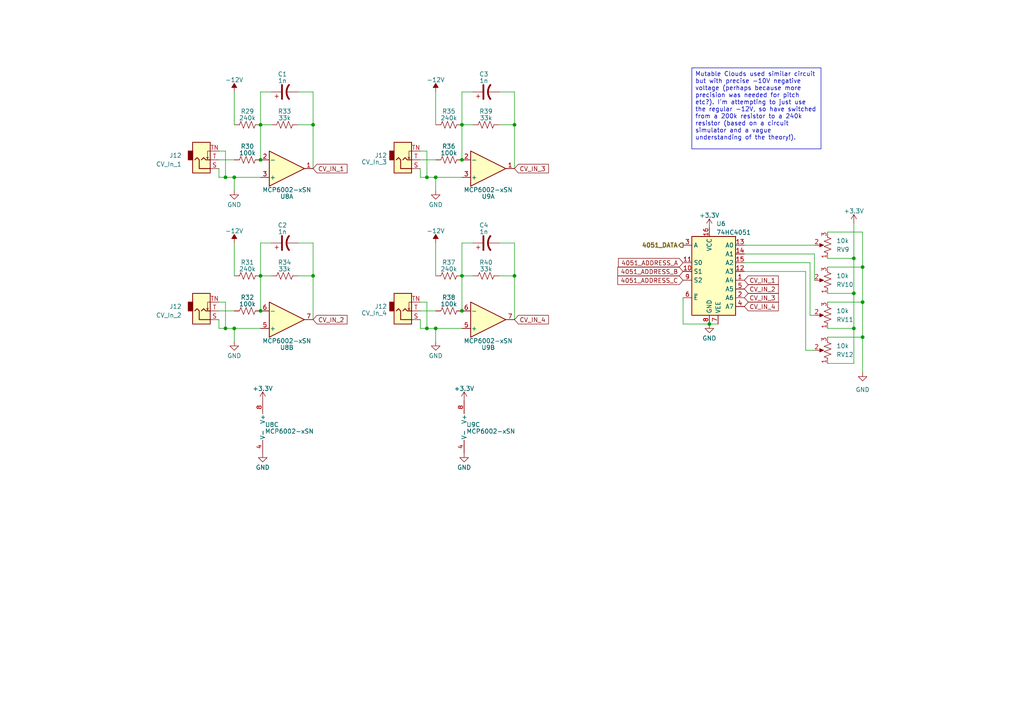
<source format=kicad_sch>
(kicad_sch (version 20230121) (generator eeschema)
  (paper "A4")
  (lib_symbols
    (symbol "74xx:74HC4051"
      (property "Reference" "U" (at -5.08 11.43 0))
      (property "Value" "74HC4051" (at -7.62 -13.97 0))
      (symbol "74HC4051_0_1"
        (rectangle (start -5.08 10.16) (end 7.62 -12.7) (stroke (width 0.254)) (fill (type background)))
      )
      (symbol "74HC4051_1_1"
        (pin passive line (at 10.16 -2.54 180) (length 2.54) (name "A4") (number "1"))
        (pin input line (at -7.62 0 0) (length 2.54) (name "S1") (number "10"))
        (pin input line (at -7.62 2.54 0) (length 2.54) (name "S0") (number "11"))
        (pin passive line (at 10.16 0 180) (length 2.54) (name "A3") (number "12"))
        (pin passive line (at 10.16 7.62 180) (length 2.54) (name "A0") (number "13"))
        (pin passive line (at 10.16 5.08 180) (length 2.54) (name "A1") (number "14"))
        (pin passive line (at 10.16 2.54 180) (length 2.54) (name "A2") (number "15"))
        (pin power_in line (at 0 12.7 270) (length 2.54) (name "VCC") (number "16"))
        (pin passive line (at 10.16 -7.62 180) (length 2.54) (name "A6") (number "2"))
        (pin passive line (at -7.62 7.62 0) (length 2.54) (name "A") (number "3"))
        (pin passive line (at 10.16 -10.16 180) (length 2.54) (name "A7") (number "4"))
        (pin passive line (at 10.16 -5.08 180) (length 2.54) (name "A5") (number "5"))
        (pin input line (at -7.62 -7.62 0) (length 2.54) (name "~{E}") (number "6"))
        (pin power_in line (at 2.54 -15.24 90) (length 2.54) (name "VEE") (number "7"))
        (pin power_in line (at 0 -15.24 90) (length 2.54) (name "GND") (number "8"))
        (pin input line (at -7.62 -2.54 0) (length 2.54) (name "S2") (number "9"))
      )
    )
    (symbol "Amplifier_Operational:MCP6002-xSN" (pin_names (offset 0.127))
      (property "Reference" "U" (at 0 5.08 0))
      (property "Value" "MCP6002-xSN" (at 0 -5.08 0))
      (symbol "MCP6002-xSN_1_1"
        (polyline (pts (xy -5.08 5.08) (xy 5.08 0) (xy -5.08 -5.08) (xy -5.08 5.08)) (stroke (width 0.254)) (fill (type background)))
        (pin output line (at 7.62 0 180) (length 2.54) (name "~") (number "1"))
        (pin input line (at -7.62 -2.54 0) (length 2.54) (name "-") (number "2"))
        (pin input line (at -7.62 2.54 0) (length 2.54) (name "+") (number "3"))
      )
      (symbol "MCP6002-xSN_2_1"
        (polyline (pts (xy -5.08 5.08) (xy 5.08 0) (xy -5.08 -5.08) (xy -5.08 5.08)) (stroke (width 0.254)) (fill (type background)))
        (pin input line (at -7.62 2.54 0) (length 2.54) (name "+") (number "5"))
        (pin input line (at -7.62 -2.54 0) (length 2.54) (name "-") (number "6"))
        (pin output line (at 7.62 0 180) (length 2.54) (name "~") (number "7"))
      )
      (symbol "MCP6002-xSN_3_1"
        (pin power_in line (at -2.54 -7.62 90) (length 3.81) (name "V-") (number "4"))
        (pin power_in line (at -2.54 7.62 270) (length 3.81) (name "V+") (number "8"))
      )
    )
    (symbol "Connector_Audio:AudioJack2_SwitchT"
      (property "Reference" "J" (at 0 8.89 0))
      (property "Value" "AudioJack2_SwitchT" (at 0 6.35 0))
      (symbol "AudioJack2_SwitchT_0_1"
        (rectangle (start -2.54 0) (end -3.81 -2.54) (stroke (width 0.254)) (fill (type outline)))
        (polyline (pts (xy 1.778 -0.254) (xy 2.032 -0.762)))
        (polyline (pts (xy 0 0) (xy 0.635 -0.635) (xy 1.27 0) (xy 2.54 0)) (stroke (width 0.254)))
        (polyline (pts (xy 2.54 -2.54) (xy 1.778 -2.54) (xy 1.778 -0.254) (xy 1.524 -0.762)))
        (polyline (pts (xy 2.54 2.54) (xy -0.635 2.54) (xy -0.635 0) (xy -1.27 -0.635) (xy -1.905 0)) (stroke (width 0.254)))
        (rectangle (start 2.54 3.81) (end -2.54 -5.08) (stroke (width 0.254)) (fill (type background)))
      )
      (symbol "AudioJack2_SwitchT_1_1"
        (pin passive line (at 5.08 2.54 180) (length 2.54) (name "~") (number "S"))
        (pin passive line (at 5.08 0 180) (length 2.54) (name "~") (number "T"))
        (pin passive line (at 5.08 -2.54 180) (length 2.54) (name "~") (number "TN"))
      )
    )
    (symbol "Device:C_Polarized_US" (pin_numbers hide) (pin_names (offset 0.254) hide)
      (property "Reference" "C" (at 0.635 2.54 0))
      (property "Value" "C_Polarized_US" (at 0.635 -2.54 0))
      (symbol "C_Polarized_US_0_1"
        (polyline (pts (xy -2.032 0.762) (xy 2.032 0.762)) (stroke (width 0.508)))
        (polyline (pts (xy -1.778 2.286) (xy -0.762 2.286)))
        (polyline (pts (xy -1.27 1.778) (xy -1.27 2.794)))
        (arc (start 2.032 -1.27) (mid 0 -0.5572) (end -2.032 -1.27) (stroke (width 0.508)))
      )
      (symbol "C_Polarized_US_1_1"
        (pin passive line (at 0 3.81 270) (length 2.794) (name "~") (number "1"))
        (pin passive line (at 0 -3.81 90) (length 3.302) (name "~") (number "2"))
      )
    )
    (symbol "Device:R_Potentiometer_US" (pin_names (offset 1.016) hide)
      (property "Reference" "RV" (at -4.445 0 90))
      (property "Value" "R_Potentiometer_US" (at -2.54 0 90))
      (symbol "R_Potentiometer_US_0_1"
        (polyline (pts (xy 0 -2.286) (xy 0 -2.54)))
        (polyline (pts (xy 0 2.54) (xy 0 2.286)))
        (polyline (pts (xy 2.54 0) (xy 1.524 0)))
        (polyline (pts (xy 1.143 0) (xy 2.286 0.508) (xy 2.286 -0.508) (xy 1.143 0)) (fill (type outline)))
        (polyline (pts (xy 0 -0.762) (xy 1.016 -1.143) (xy 0 -1.524) (xy -1.016 -1.905) (xy 0 -2.286)))
        (polyline (pts (xy 0 0.762) (xy 1.016 0.381) (xy 0 0) (xy -1.016 -0.381) (xy 0 -0.762)))
        (polyline (pts (xy 0 2.286) (xy 1.016 1.905) (xy 0 1.524) (xy -1.016 1.143) (xy 0 0.762)))
      )
      (symbol "R_Potentiometer_US_1_1"
        (pin passive line (at 0 3.81 270) (length 1.27) (name "1") (number "1"))
        (pin passive line (at 3.81 0 180) (length 1.27) (name "2") (number "2"))
        (pin passive line (at 0 -3.81 90) (length 1.27) (name "3") (number "3"))
      )
    )
    (symbol "Device:R_US" (pin_numbers hide) (pin_names (offset 0))
      (property "Reference" "R" (at 2.54 0 90))
      (property "Value" "R_US" (at -2.54 0 90))
      (symbol "R_US_0_1"
        (polyline (pts (xy 0 -2.286) (xy 0 -2.54)))
        (polyline (pts (xy 0 2.286) (xy 0 2.54)))
        (polyline (pts (xy 0 -0.762) (xy 1.016 -1.143) (xy 0 -1.524) (xy -1.016 -1.905) (xy 0 -2.286)))
        (polyline (pts (xy 0 0.762) (xy 1.016 0.381) (xy 0 0) (xy -1.016 -0.381) (xy 0 -0.762)))
        (polyline (pts (xy 0 2.286) (xy 1.016 1.905) (xy 0 1.524) (xy -1.016 1.143) (xy 0 0.762)))
      )
      (symbol "R_US_1_1"
        (pin passive line (at 0 3.81 270) (length 1.27) (name "~") (number "1"))
        (pin passive line (at 0 -3.81 90) (length 1.27) (name "~") (number "2"))
      )
    )
    (symbol "power:+3.3V" (power) (pin_names (offset 0))
      (property "Value" "+3.3V" (at 0 3.556 0))
      (symbol "+3.3V_0_1"
        (polyline (pts (xy -0.762 1.27) (xy 0 2.54)))
        (polyline (pts (xy 0 0) (xy 0 2.54)))
        (polyline (pts (xy 0 2.54) (xy 0.762 1.27)))
      )
      (symbol "+3.3V_1_1"
        (pin power_in line (at 0 0 90) (length 0) hide (name "+3.3V") (number "1"))
      )
    )
    (symbol "power:-12V" (power) (pin_names (offset 0))
      (property "Value" "-12V" (at 0 3.81 0))
      (symbol "-12V_0_0"
        (pin power_in line (at 0 0 90) (length 0) hide (name "-12V") (number "1"))
      )
      (symbol "-12V_0_1"
        (polyline (pts (xy 0 0) (xy 0 1.27) (xy 0.762 1.27) (xy 0 2.54) (xy -0.762 1.27) (xy 0 1.27)) (fill (type outline)))
      )
    )
    (symbol "power:GND" (power) (pin_names (offset 0))
      (property "Value" "GND" (at 0 -3.81 0))
      (symbol "GND_0_1"
        (polyline (pts (xy 0 0) (xy 0 -1.27) (xy 1.27 -1.27) (xy 0 -2.54) (xy -1.27 -1.27) (xy 0 -1.27)))
      )
      (symbol "GND_1_1"
        (pin power_in line (at 0 0 270) (length 0) hide (name "GND") (number "1"))
      )
    )
  )
  (junction (at 65.405 95.25))
  (junction (at 75.565 90.17))
  (junction (at 250.19 87.63))
  (junction (at 67.945 95.25))
  (junction (at 75.565 36.195))
  (junction (at 75.565 46.355))
  (junction (at 90.805 36.195))
  (junction (at 133.985 36.195))
  (junction (at 247.65 74.93))
  (junction (at 247.65 85.09))
  (junction (at 90.805 80.01))
  (junction (at 149.225 80.01))
  (junction (at 75.565 80.01))
  (junction (at 67.945 51.435))
  (junction (at 126.365 51.435))
  (junction (at 123.825 95.25))
  (junction (at 247.65 95.25))
  (junction (at 250.19 77.47))
  (junction (at 205.74 93.98))
  (junction (at 133.985 80.01))
  (junction (at 149.225 36.195))
  (junction (at 65.405 51.435))
  (junction (at 133.985 90.17))
  (junction (at 126.365 95.25))
  (junction (at 250.19 97.79))
  (junction (at 123.825 51.435))
  (junction (at 133.985 46.355))
  (wire (pts (xy 247.65 105.41) (xy 247.65 95.25)))
  (wire (pts (xy 67.945 95.25) (xy 67.945 99.06)))
  (wire (pts (xy 121.92 48.895) (xy 121.92 51.435)))
  (wire (pts (xy 133.985 36.195) (xy 133.985 46.355)))
  (wire (pts (xy 240.03 67.31) (xy 250.19 67.31)))
  (wire (pts (xy 137.16 36.195) (xy 133.985 36.195)))
  (wire (pts (xy 234.95 91.44) (xy 236.22 91.44)))
  (wire (pts (xy 240.03 97.79) (xy 250.19 97.79)))
  (wire (pts (xy 90.805 80.01) (xy 90.805 92.71)))
  (wire (pts (xy 121.92 43.815) (xy 123.825 43.815)))
  (wire (pts (xy 78.74 70.485) (xy 75.565 70.485)))
  (wire (pts (xy 78.74 80.01) (xy 75.565 80.01)))
  (wire (pts (xy 63.5 43.815) (xy 65.405 43.815)))
  (wire (pts (xy 65.405 87.63) (xy 65.405 95.25)))
  (wire (pts (xy 250.19 67.31) (xy 250.19 77.47)))
  (wire (pts (xy 63.5 87.63) (xy 65.405 87.63)))
  (wire (pts (xy 247.65 74.93) (xy 240.03 74.93)))
  (wire (pts (xy 215.9 76.2) (xy 234.95 76.2)))
  (wire (pts (xy 75.565 80.01) (xy 75.565 90.17)))
  (wire (pts (xy 240.03 77.47) (xy 250.19 77.47)))
  (wire (pts (xy 250.19 87.63) (xy 250.19 97.79)))
  (wire (pts (xy 121.92 51.435) (xy 123.825 51.435)))
  (wire (pts (xy 215.9 78.74) (xy 233.68 78.74)))
  (wire (pts (xy 240.03 95.25) (xy 247.65 95.25)))
  (wire (pts (xy 215.9 73.66) (xy 236.22 73.66)))
  (wire (pts (xy 144.78 26.67) (xy 149.225 26.67)))
  (wire (pts (xy 240.03 105.41) (xy 247.65 105.41)))
  (wire (pts (xy 137.16 70.485) (xy 133.985 70.485)))
  (wire (pts (xy 123.825 87.63) (xy 123.825 95.25)))
  (wire (pts (xy 63.5 51.435) (xy 65.405 51.435)))
  (wire (pts (xy 126.365 95.25) (xy 126.365 99.06)))
  (wire (pts (xy 126.365 51.435) (xy 126.365 55.245)))
  (wire (pts (xy 233.68 101.6) (xy 236.22 101.6)))
  (wire (pts (xy 198.12 93.98) (xy 198.12 86.36)))
  (wire (pts (xy 137.16 26.67) (xy 133.985 26.67)))
  (wire (pts (xy 149.225 80.01) (xy 149.225 92.71)))
  (wire (pts (xy 90.805 26.67) (xy 90.805 36.195)))
  (wire (pts (xy 121.92 95.25) (xy 123.825 95.25)))
  (wire (pts (xy 240.03 87.63) (xy 250.19 87.63)))
  (wire (pts (xy 67.945 70.485) (xy 67.945 80.01)))
  (wire (pts (xy 126.365 51.435) (xy 133.985 51.435)))
  (wire (pts (xy 121.92 92.71) (xy 121.92 95.25)))
  (wire (pts (xy 123.825 95.25) (xy 126.365 95.25)))
  (wire (pts (xy 247.65 64.77) (xy 247.65 74.93)))
  (wire (pts (xy 250.19 97.79) (xy 250.19 107.95)))
  (wire (pts (xy 65.405 51.435) (xy 67.945 51.435)))
  (wire (pts (xy 149.225 36.195) (xy 149.225 48.895)))
  (wire (pts (xy 86.36 36.195) (xy 90.805 36.195)))
  (wire (pts (xy 65.405 95.25) (xy 67.945 95.25)))
  (wire (pts (xy 75.565 36.195) (xy 75.565 46.355)))
  (wire (pts (xy 78.74 26.67) (xy 75.565 26.67)))
  (wire (pts (xy 247.65 85.09) (xy 247.65 74.93)))
  (wire (pts (xy 250.19 77.47) (xy 250.19 87.63)))
  (wire (pts (xy 144.78 70.485) (xy 149.225 70.485)))
  (wire (pts (xy 121.92 46.355) (xy 126.365 46.355)))
  (wire (pts (xy 149.225 26.67) (xy 149.225 36.195)))
  (wire (pts (xy 75.565 26.67) (xy 75.565 36.195)))
  (wire (pts (xy 75.565 70.485) (xy 75.565 80.01)))
  (wire (pts (xy 133.985 70.485) (xy 133.985 80.01)))
  (wire (pts (xy 67.945 95.25) (xy 75.565 95.25)))
  (wire (pts (xy 240.03 85.09) (xy 247.65 85.09)))
  (wire (pts (xy 144.78 80.01) (xy 149.225 80.01)))
  (wire (pts (xy 215.9 71.12) (xy 236.22 71.12)))
  (wire (pts (xy 247.65 95.25) (xy 247.65 85.09)))
  (wire (pts (xy 63.5 46.355) (xy 67.945 46.355)))
  (wire (pts (xy 205.74 93.98) (xy 198.12 93.98)))
  (wire (pts (xy 67.945 26.67) (xy 67.945 36.195)))
  (wire (pts (xy 86.36 26.67) (xy 90.805 26.67)))
  (wire (pts (xy 205.74 93.98) (xy 208.28 93.98)))
  (wire (pts (xy 86.36 70.485) (xy 90.805 70.485)))
  (wire (pts (xy 63.5 48.895) (xy 63.5 51.435)))
  (wire (pts (xy 133.985 80.01) (xy 133.985 90.17)))
  (wire (pts (xy 63.5 90.17) (xy 67.945 90.17)))
  (wire (pts (xy 233.68 78.74) (xy 233.68 101.6)))
  (wire (pts (xy 121.92 90.17) (xy 126.365 90.17)))
  (wire (pts (xy 126.365 95.25) (xy 133.985 95.25)))
  (wire (pts (xy 123.825 51.435) (xy 126.365 51.435)))
  (wire (pts (xy 236.22 73.66) (xy 236.22 81.28)))
  (wire (pts (xy 65.405 43.815) (xy 65.405 51.435)))
  (wire (pts (xy 144.78 36.195) (xy 149.225 36.195)))
  (wire (pts (xy 63.5 95.25) (xy 65.405 95.25)))
  (wire (pts (xy 67.945 51.435) (xy 75.565 51.435)))
  (wire (pts (xy 126.365 70.485) (xy 126.365 80.01)))
  (wire (pts (xy 149.225 70.485) (xy 149.225 80.01)))
  (wire (pts (xy 133.985 26.67) (xy 133.985 36.195)))
  (wire (pts (xy 137.16 80.01) (xy 133.985 80.01)))
  (wire (pts (xy 234.95 76.2) (xy 234.95 91.44)))
  (wire (pts (xy 90.805 70.485) (xy 90.805 80.01)))
  (wire (pts (xy 126.365 26.67) (xy 126.365 36.195)))
  (wire (pts (xy 78.74 36.195) (xy 75.565 36.195)))
  (wire (pts (xy 67.945 51.435) (xy 67.945 55.245)))
  (wire (pts (xy 90.805 36.195) (xy 90.805 48.895)))
  (wire (pts (xy 86.36 80.01) (xy 90.805 80.01)))
  (wire (pts (xy 63.5 92.71) (xy 63.5 95.25)))
  (wire (pts (xy 123.825 43.815) (xy 123.825 51.435)))
  (wire (pts (xy 121.92 87.63) (xy 123.825 87.63)))
  (text_box "Mutable Clouds used similar circuit but with precise -10V negative voltage (perhaps because more precision was needed for pitch etc?). I'm attempting to just use the regular -12V, so have switched from a 200k resistor to a 240k resistor (based on a circuit simulator and a vague understanding of the theory!)." (at 200.66 19.685 0) (size 37.465 23.495) (effects (font (size 1.27 1.27)) (justify left top)))
  (global_label "CV_IN_2" (shape input) (at 215.9 83.82 0) (property "Intersheetrefs" "${INTERSHEET_REFS}" (effects hide)))
  (global_label "CV_IN_1" (shape input) (at 215.9 81.28 0) (property "Intersheetrefs" "${INTERSHEET_REFS}" (effects hide)))
  (global_label "CV_IN_3" (shape input) (at 215.9 86.36 0) (property "Intersheetrefs" "${INTERSHEET_REFS}" (effects hide)))
  (global_label "CV_IN_3" (shape input) (at 149.225 48.895 0) (property "Intersheetrefs" "${INTERSHEET_REFS}" (effects hide)))
  (global_label "4051_ADDRESS_B" (shape input) (at 198.12 78.74 180) (property "Intersheetrefs" "${INTERSHEET_REFS}" (effects hide)))
  (global_label "CV_IN_4" (shape input) (at 149.225 92.71 0) (property "Intersheetrefs" "${INTERSHEET_REFS}" (effects hide)))
  (global_label "CV_IN_1" (shape input) (at 90.805 48.895 0) (property "Intersheetrefs" "${INTERSHEET_REFS}" (effects hide)))
  (global_label "CV_IN_4" (shape input) (at 215.9 88.9 0) (property "Intersheetrefs" "${INTERSHEET_REFS}" (effects hide)))
  (global_label "CV_IN_2" (shape input) (at 90.805 92.71 0) (property "Intersheetrefs" "${INTERSHEET_REFS}" (effects hide)))
  (global_label "4051_ADDRESS_A" (shape input) (at 198.12 76.2 180) (property "Intersheetrefs" "${INTERSHEET_REFS}" (effects hide)))
  (global_label "4051_ADDRESS_C" (shape input) (at 198.12 81.28 180) (property "Intersheetrefs" "${INTERSHEET_REFS}" (effects hide)))
  (hierarchical_label "4051_DATA" (shape output) (at 198.12 71.12 180) (effects (font bold)))
  (symbol (lib_id "power:-12V") (at 126.365 70.485 0) (unit 1)
    (property "Reference" "#PWR035" (effects hide))
    (property "Value" "-12V" (at 126.365 66.9831 0))
  )
  (symbol (lib_id "Device:R_Potentiometer_US") (at 240.03 71.12 180) (unit 1)
    (property "Reference" "RV9" (at 242.57 72.3901 0) (effects (justify right)))
    (property "Value" "10k" (at 242.57 69.8501 0) (effects (justify right)))
    (property "Footprint" "Library:Potentiometer_Alps_RK09K_vertical_biggerholes" (effects hide))
    (instances (project "dk2_01" (path "" (reference "RV9") (unit 1)) (path "" (reference "RV1") (unit 1))))
  )
  (symbol (lib_id "power:GND") (at 76.2 131.445 0) (unit 1)
    (property "Reference" "#PWR032" (effects hide))
    (property "Value" "GND" (at 76.2 135.5805 0))
  )
  (symbol (lib_id "power:GND") (at 250.19 107.95 0) (unit 1)
    (property "Reference" "#PWR042" (effects hide))
    (property "Value" "GND" (at 250.19 113.03 0))
    (instances (project "dk2_01" (path "" (reference "#PWR042") (unit 1)) (path "" (reference "#PWR036") (unit 1))))
  )
  (symbol (lib_id "Device:C_Polarized_US") (at 140.97 70.485 90) (unit 1)
    (property "Reference" "C4" (at 140.335 65.3161 90))
    (property "Value" "1n" (at 140.335 67.2371 90))
    (property "Footprint" "Capacitor_SMD:C_0603_1608Metric" (effects hide))
  )
  (symbol (lib_id "Device:R_US") (at 71.755 80.01 90) (unit 1)
    (property "Reference" "R31" (at 71.755 76.1111 90))
    (property "Value" "240k" (at 71.755 78.0321 90))
    (property "Footprint" "Resistor_SMD:R_0603_1608Metric" (effects hide))
  )
  (symbol (lib_id "Device:R_Potentiometer_US") (at 240.03 91.44 180) (unit 1)
    (property "Reference" "RV11" (at 242.57 92.7101 0) (effects (justify right)))
    (property "Value" "10k" (at 242.57 90.1701 0) (effects (justify right)))
    (property "Footprint" "Library:Potentiometer_Alps_RK09K_vertical_biggerholes" (effects hide))
    (instances (project "dk2_01" (path "" (reference "RV11") (unit 1)) (path "" (reference "RV3") (unit 1))))
  )
  (symbol (lib_id "power:-12V") (at 67.945 70.485 0) (unit 1)
    (property "Reference" "#PWR029" (effects hide))
    (property "Value" "-12V" (at 67.945 66.9831 0))
  )
  (symbol (lib_id "Amplifier_Operational:MCP6002-xSN") (at 141.605 48.895 0) (mirror x) (unit 1)
    (property "Reference" "U9" (at 141.605 56.9849 0))
    (property "Value" "MCP6002-xSN" (at 141.605 55.0639 0))
    (property "Footprint" "Package_SO:SOIC-8_3.9x4.9mm_P1.27mm" (effects hide))
    (property "Datasheet" "http://ww1.microchip.com/downloads/en/DeviceDoc/21733j.pdf" (effects hide))
  )
  (symbol (lib_id "power:GND") (at 126.365 99.06 0) (unit 1)
    (property "Reference" "#PWR036" (effects hide))
    (property "Value" "GND" (at 126.365 103.1955 0))
  )
  (symbol (lib_id "Device:C_Polarized_US") (at 82.55 26.67 90) (unit 1)
    (property "Reference" "C1" (at 81.915 21.5011 90))
    (property "Value" "1n" (at 81.915 23.4221 90))
    (property "Footprint" "Capacitor_SMD:C_0603_1608Metric" (effects hide))
  )
  (symbol (lib_id "Device:C_Polarized_US") (at 82.55 70.485 90) (unit 1)
    (property "Reference" "C2" (at 81.915 65.3161 90))
    (property "Value" "1n" (at 81.915 67.2371 90))
    (property "Footprint" "Capacitor_SMD:C_0603_1608Metric" (effects hide))
  )
  (symbol (lib_id "Amplifier_Operational:MCP6002-xSN") (at 83.185 48.895 0) (mirror x) (unit 1)
    (property "Reference" "U8" (at 83.185 56.9849 0))
    (property "Value" "MCP6002-xSN" (at 83.185 55.0639 0))
    (property "Footprint" "Package_SO:SOIC-8_3.9x4.9mm_P1.27mm" (effects hide))
    (property "Datasheet" "http://ww1.microchip.com/downloads/en/DeviceDoc/21733j.pdf" (effects hide))
  )
  (symbol (lib_id "power:-12V") (at 126.365 26.67 0) (unit 1)
    (property "Reference" "#PWR033" (effects hide))
    (property "Value" "-12V" (at 126.365 23.1681 0))
  )
  (symbol (lib_id "Device:R_US") (at 82.55 80.01 90) (unit 1)
    (property "Reference" "R34" (at 82.55 76.1111 90))
    (property "Value" "33k" (at 82.55 78.0321 90))
    (property "Footprint" "Resistor_SMD:R_0603_1608Metric" (effects hide))
  )
  (symbol (lib_id "Device:R_US") (at 140.97 80.01 90) (unit 1)
    (property "Reference" "R40" (at 140.97 76.1111 90))
    (property "Value" "33k" (at 140.97 78.0321 90))
    (property "Footprint" "Resistor_SMD:R_0603_1608Metric" (effects hide))
  )
  (symbol (lib_id "power:+3.3V") (at 134.62 116.205 0) (unit 1)
    (property "Reference" "#PWR037" (effects hide))
    (property "Value" "+3.3V" (at 134.62 112.7031 0))
  )
  (symbol (lib_id "power:+3.3V") (at 76.2 116.205 0) (unit 1)
    (property "Reference" "#PWR031" (effects hide))
    (property "Value" "+3.3V" (at 76.2 112.7031 0))
  )
  (symbol (lib_id "Device:R_US") (at 130.175 90.17 90) (unit 1)
    (property "Reference" "R38" (at 130.175 86.2711 90))
    (property "Value" "100k" (at 130.175 88.1921 90))
    (property "Footprint" "Resistor_SMD:R_0603_1608Metric" (effects hide))
  )
  (symbol (lib_id "Connector_Audio:AudioJack2_SwitchT") (at 116.84 46.355 0) (mirror x) (unit 1)
    (property "Reference" "J12" (at 112.2681 45.0763 0) (effects (justify right)))
    (property "Value" "CV_In_3" (at 112.2681 46.9973 0) (effects (justify right)))
    (property "Footprint" "AudioJacks:Jack_3.5mm_QingPu_WQP-PJ398SM_Vertical" (effects hide))
    (instances (project "dk2_01" (path "" (reference "J12") (unit 1)) (path "" (reference "J20") (unit 1)) (path "" (reference "J4") (unit 1))))
  )
  (symbol (lib_id "power:GND") (at 67.945 99.06 0) (unit 1)
    (property "Reference" "#PWR030" (effects hide))
    (property "Value" "GND" (at 67.945 103.1955 0))
  )
  (symbol (lib_id "power:GND") (at 134.62 131.445 0) (unit 1)
    (property "Reference" "#PWR038" (effects hide))
    (property "Value" "GND" (at 134.62 135.5805 0))
  )
  (symbol (lib_id "Device:R_US") (at 130.175 36.195 90) (unit 1)
    (property "Reference" "R35" (at 130.175 32.2961 90))
    (property "Value" "240k" (at 130.175 34.2171 90))
    (property "Footprint" "Resistor_SMD:R_0603_1608Metric" (effects hide))
  )
  (symbol (lib_id "power:GND") (at 205.74 93.98 0) (unit 1)
    (property "Reference" "#PWR029" (effects hide))
    (property "Value" "GND" (at 205.74 98.1155 0))
    (instances (project "dk2_01" (path "" (reference "#PWR029") (unit 1)) (path "" (reference "#PWR040") (unit 1))))
  )
  (symbol (lib_id "Connector_Audio:AudioJack2_SwitchT") (at 116.84 90.17 0) (mirror x) (unit 1)
    (property "Reference" "J12" (at 112.2681 88.8913 0) (effects (justify right)))
    (property "Value" "CV_In_4" (at 112.2681 90.8123 0) (effects (justify right)))
    (property "Footprint" "AudioJacks:Jack_3.5mm_QingPu_WQP-PJ398SM_Vertical" (effects hide))
    (instances (project "dk2_01" (path "" (reference "J12") (unit 1)) (path "" (reference "J20") (unit 1)) (path "" (reference "J5") (unit 1))))
  )
  (symbol (lib_id "Amplifier_Operational:MCP6002-xSN") (at 83.185 92.71 0) (mirror x) (unit 2)
    (property "Reference" "U8" (at 83.185 100.7999 0))
    (property "Value" "MCP6002-xSN" (at 83.185 98.8789 0))
    (property "Footprint" "Package_SO:SOIC-8_3.9x4.9mm_P1.27mm" (effects hide))
    (property "Datasheet" "http://ww1.microchip.com/downloads/en/DeviceDoc/21733j.pdf" (effects hide))
  )
  (symbol (lib_id "Device:R_US") (at 130.175 46.355 90) (unit 1)
    (property "Reference" "R36" (at 130.175 42.4561 90))
    (property "Value" "100k" (at 130.175 44.3771 90))
    (property "Footprint" "Resistor_SMD:R_0603_1608Metric" (effects hide))
  )
  (symbol (lib_id "power:GND") (at 126.365 55.245 0) (unit 1)
    (property "Reference" "#PWR034" (effects hide))
    (property "Value" "GND" (at 126.365 59.3805 0))
  )
  (symbol (lib_id "Device:R_US") (at 71.755 36.195 90) (unit 1)
    (property "Reference" "R29" (at 71.755 32.2961 90))
    (property "Value" "240k" (at 71.755 34.2171 90))
    (property "Footprint" "Resistor_SMD:R_0603_1608Metric" (effects hide))
  )
  (symbol (lib_id "Amplifier_Operational:MCP6002-xSN") (at 78.74 123.825 0) (unit 3)
    (property "Reference" "U8" (at 76.835 123.1813 0) (effects (justify left)))
    (property "Value" "MCP6002-xSN" (at 76.835 125.1023 0) (effects (justify left)))
    (property "Footprint" "Package_SO:SOIC-8_3.9x4.9mm_P1.27mm" (effects hide))
    (property "Datasheet" "http://ww1.microchip.com/downloads/en/DeviceDoc/21733j.pdf" (effects hide))
  )
  (symbol (lib_id "Device:R_Potentiometer_US") (at 240.03 81.28 180) (unit 1)
    (property "Reference" "RV10" (at 242.57 82.5501 0) (effects (justify right)))
    (property "Value" "10k" (at 242.57 80.0101 0) (effects (justify right)))
    (property "Footprint" "Library:Potentiometer_Alps_RK09K_vertical_biggerholes" (effects hide))
    (instances (project "dk2_01" (path "" (reference "RV10") (unit 1)) (path "" (reference "RV2") (unit 1))))
  )
  (symbol (lib_id "Device:C_Polarized_US") (at 140.97 26.67 90) (unit 1)
    (property "Reference" "C3" (at 140.335 21.5011 90))
    (property "Value" "1n" (at 140.335 23.4221 90))
    (property "Footprint" "Capacitor_SMD:C_0603_1608Metric" (effects hide))
  )
  (symbol (lib_id "power:GND") (at 67.945 55.245 0) (unit 1)
    (property "Reference" "#PWR028" (effects hide))
    (property "Value" "GND" (at 67.945 59.3805 0))
  )
  (symbol (lib_id "Connector_Audio:AudioJack2_SwitchT") (at 58.42 90.17 0) (mirror x) (unit 1)
    (property "Reference" "J12" (at 52.705 88.9 0) (effects (justify right)))
    (property "Value" "CV_In_2" (at 52.705 91.44 0) (effects (justify right)))
    (property "Footprint" "AudioJacks:Jack_3.5mm_QingPu_WQP-PJ398SM_Vertical" (effects hide))
    (instances (project "dk2_01" (path "" (reference "J12") (unit 1)) (path "" (reference "J20") (unit 1)) (path "" (reference "J3") (unit 1))))
  )
  (symbol (lib_id "Device:R_Potentiometer_US") (at 240.03 101.6 180) (unit 1)
    (property "Reference" "RV12" (at 242.57 102.8701 0) (effects (justify right)))
    (property "Value" "10k" (at 242.57 100.3301 0) (effects (justify right)))
    (property "Footprint" "Library:Potentiometer_Alps_RK09K_vertical_biggerholes" (effects hide))
    (instances (project "dk2_01" (path "" (reference "RV12") (unit 1)) (path "" (reference "RV4") (unit 1))))
  )
  (symbol (lib_id "power:-12V") (at 67.945 26.67 0) (unit 1)
    (property "Reference" "#PWR027" (effects hide))
    (property "Value" "-12V" (at 67.945 23.1681 0))
  )
  (symbol (lib_id "power:+3.3V") (at 205.74 66.04 0) (unit 1)
    (property "Reference" "#PWR028" (effects hide))
    (property "Value" "+3.3V" (at 205.74 62.484 0))
    (instances (project "dk2_01" (path "" (reference "#PWR028") (unit 1)) (path "" (reference "#PWR039") (unit 1))))
  )
  (symbol (lib_id "Device:R_US") (at 140.97 36.195 90) (unit 1)
    (property "Reference" "R39" (at 140.97 32.2961 90))
    (property "Value" "33k" (at 140.97 34.2171 90))
    (property "Footprint" "Resistor_SMD:R_0603_1608Metric" (effects hide))
  )
  (symbol (lib_id "power:+3.3V") (at 247.65 64.77 0) (unit 1)
    (property "Reference" "#PWR041" (effects hide))
    (property "Value" "+3.3V" (at 247.65 61.214 0))
    (instances (project "dk2_01" (path "" (reference "#PWR041") (unit 1)) (path "" (reference "#PWR035") (unit 1))))
  )
  (symbol (lib_id "Device:R_US") (at 71.755 46.355 90) (unit 1)
    (property "Reference" "R30" (at 71.755 42.4561 90))
    (property "Value" "100k" (at 71.755 44.3771 90))
    (property "Footprint" "Resistor_SMD:R_0603_1608Metric" (effects hide))
  )
  (symbol (lib_id "Amplifier_Operational:MCP6002-xSN") (at 141.605 92.71 0) (mirror x) (unit 2)
    (property "Reference" "U9" (at 141.605 100.7999 0))
    (property "Value" "MCP6002-xSN" (at 141.605 98.8789 0))
    (property "Footprint" "Package_SO:SOIC-8_3.9x4.9mm_P1.27mm" (effects hide))
    (property "Datasheet" "http://ww1.microchip.com/downloads/en/DeviceDoc/21733j.pdf" (effects hide))
  )
  (symbol (lib_id "Device:R_US") (at 130.175 80.01 90) (unit 1)
    (property "Reference" "R37" (at 130.175 76.1111 90))
    (property "Value" "240k" (at 130.175 78.0321 90))
    (property "Footprint" "Resistor_SMD:R_0603_1608Metric" (effects hide))
  )
  (symbol (lib_id "Connector_Audio:AudioJack2_SwitchT") (at 58.42 46.355 0) (mirror x) (unit 1)
    (property "Reference" "J12" (at 52.705 45.085 0) (effects (justify right)))
    (property "Value" "CV_In_1" (at 52.705 47.625 0) (effects (justify right)))
    (property "Footprint" "AudioJacks:Jack_3.5mm_QingPu_WQP-PJ398SM_Vertical" (effects hide))
    (instances (project "dk2_01" (path "" (reference "J12") (unit 1)) (path "" (reference "J20") (unit 1)) (path "" (reference "J2") (unit 1))))
  )
  (symbol (lib_id "Device:R_US") (at 71.755 90.17 90) (unit 1)
    (property "Reference" "R32" (at 71.755 86.2711 90))
    (property "Value" "100k" (at 71.755 88.1921 90))
    (property "Footprint" "Resistor_SMD:R_0603_1608Metric" (effects hide))
  )
  (symbol (lib_id "Amplifier_Operational:MCP6002-xSN") (at 137.16 123.825 0) (unit 3)
    (property "Reference" "U9" (at 135.255 123.1813 0) (effects (justify left)))
    (property "Value" "MCP6002-xSN" (at 135.255 125.1023 0) (effects (justify left)))
    (property "Footprint" "Package_SO:SOIC-8_3.9x4.9mm_P1.27mm" (effects hide))
    (property "Datasheet" "http://ww1.microchip.com/downloads/en/DeviceDoc/21733j.pdf" (effects hide))
  )
  (symbol (lib_id "Device:R_US") (at 82.55 36.195 90) (unit 1)
    (property "Reference" "R33" (at 82.55 32.2961 90))
    (property "Value" "33k" (at 82.55 34.2171 90))
    (property "Footprint" "Resistor_SMD:R_0603_1608Metric" (effects hide))
  )
  (symbol (lib_id "74xx:74HC4051") (at 205.74 78.74 0) (unit 1)
    (property "Reference" "U6" (at 207.7594 64.8802 0) (effects (justify left)))
    (property "Value" "74HC4051" (at 207.7594 67.4171 0) (effects (justify left)))
    (property "Footprint" "Package_SO:SOIC-16_3.9x9.9mm_P1.27mm" (effects hide))
    (property "Datasheet" "http://www.ti.com/lit/ds/symlink/cd74hc4051.pdf" (effects hide))
    (instances (project "dk2_01" (path "" (reference "U6") (unit 1)) (path "" (reference "U10") (unit 1))))
  )
)
</source>
